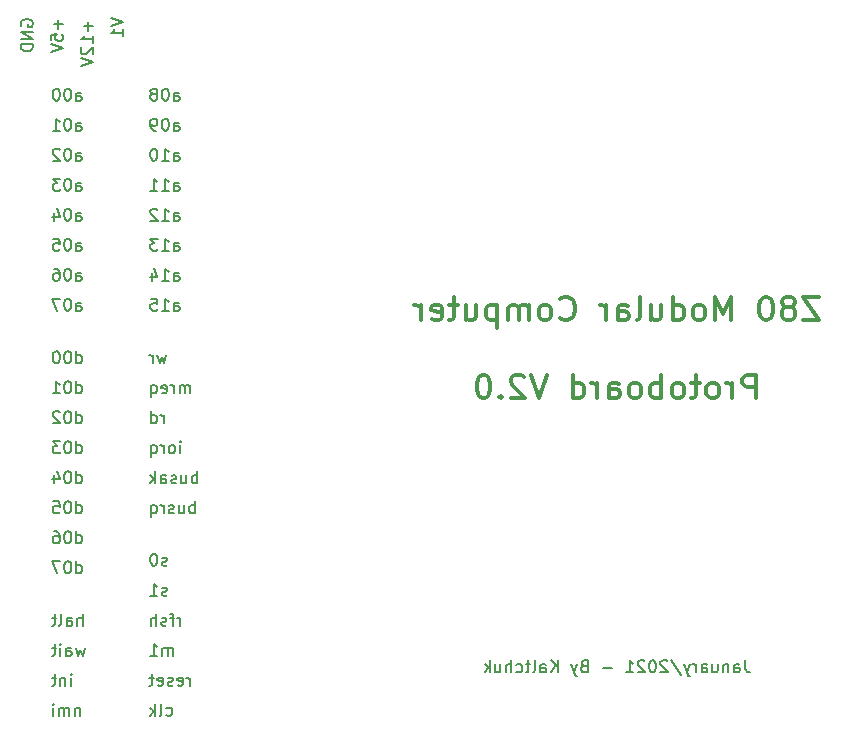
<source format=gbr>
G04 #@! TF.GenerationSoftware,KiCad,Pcbnew,(5.1.4)-1*
G04 #@! TF.CreationDate,2022-01-22T16:02:53+02:00*
G04 #@! TF.ProjectId,Protoboardv2,50726f74-6f62-46f6-9172-6476322e6b69,rev?*
G04 #@! TF.SameCoordinates,Original*
G04 #@! TF.FileFunction,Legend,Bot*
G04 #@! TF.FilePolarity,Positive*
%FSLAX46Y46*%
G04 Gerber Fmt 4.6, Leading zero omitted, Abs format (unit mm)*
G04 Created by KiCad (PCBNEW (5.1.4)-1) date 2022-01-22 16:02:53*
%MOMM*%
%LPD*%
G04 APERTURE LIST*
%ADD10C,0.152400*%
%ADD11C,0.300000*%
G04 APERTURE END LIST*
D10*
X142663333Y-132920619D02*
X142663333Y-133646333D01*
X142711714Y-133791476D01*
X142808476Y-133888238D01*
X142953619Y-133936619D01*
X143050380Y-133936619D01*
X141744095Y-133936619D02*
X141744095Y-133404428D01*
X141792476Y-133307666D01*
X141889238Y-133259285D01*
X142082761Y-133259285D01*
X142179523Y-133307666D01*
X141744095Y-133888238D02*
X141840857Y-133936619D01*
X142082761Y-133936619D01*
X142179523Y-133888238D01*
X142227904Y-133791476D01*
X142227904Y-133694714D01*
X142179523Y-133597952D01*
X142082761Y-133549571D01*
X141840857Y-133549571D01*
X141744095Y-133501190D01*
X141260285Y-133259285D02*
X141260285Y-133936619D01*
X141260285Y-133356047D02*
X141211904Y-133307666D01*
X141115142Y-133259285D01*
X140970000Y-133259285D01*
X140873238Y-133307666D01*
X140824857Y-133404428D01*
X140824857Y-133936619D01*
X139905619Y-133259285D02*
X139905619Y-133936619D01*
X140341047Y-133259285D02*
X140341047Y-133791476D01*
X140292666Y-133888238D01*
X140195904Y-133936619D01*
X140050761Y-133936619D01*
X139954000Y-133888238D01*
X139905619Y-133839857D01*
X138986380Y-133936619D02*
X138986380Y-133404428D01*
X139034761Y-133307666D01*
X139131523Y-133259285D01*
X139325047Y-133259285D01*
X139421809Y-133307666D01*
X138986380Y-133888238D02*
X139083142Y-133936619D01*
X139325047Y-133936619D01*
X139421809Y-133888238D01*
X139470190Y-133791476D01*
X139470190Y-133694714D01*
X139421809Y-133597952D01*
X139325047Y-133549571D01*
X139083142Y-133549571D01*
X138986380Y-133501190D01*
X138502571Y-133936619D02*
X138502571Y-133259285D01*
X138502571Y-133452809D02*
X138454190Y-133356047D01*
X138405809Y-133307666D01*
X138309047Y-133259285D01*
X138212285Y-133259285D01*
X137970380Y-133259285D02*
X137728476Y-133936619D01*
X137486571Y-133259285D02*
X137728476Y-133936619D01*
X137825238Y-134178523D01*
X137873619Y-134226904D01*
X137970380Y-134275285D01*
X136373809Y-132872238D02*
X137244666Y-134178523D01*
X136083523Y-133017380D02*
X136035142Y-132969000D01*
X135938380Y-132920619D01*
X135696476Y-132920619D01*
X135599714Y-132969000D01*
X135551333Y-133017380D01*
X135502952Y-133114142D01*
X135502952Y-133210904D01*
X135551333Y-133356047D01*
X136131904Y-133936619D01*
X135502952Y-133936619D01*
X134874000Y-132920619D02*
X134777238Y-132920619D01*
X134680476Y-132969000D01*
X134632095Y-133017380D01*
X134583714Y-133114142D01*
X134535333Y-133307666D01*
X134535333Y-133549571D01*
X134583714Y-133743095D01*
X134632095Y-133839857D01*
X134680476Y-133888238D01*
X134777238Y-133936619D01*
X134874000Y-133936619D01*
X134970761Y-133888238D01*
X135019142Y-133839857D01*
X135067523Y-133743095D01*
X135115904Y-133549571D01*
X135115904Y-133307666D01*
X135067523Y-133114142D01*
X135019142Y-133017380D01*
X134970761Y-132969000D01*
X134874000Y-132920619D01*
X134148285Y-133017380D02*
X134099904Y-132969000D01*
X134003142Y-132920619D01*
X133761238Y-132920619D01*
X133664476Y-132969000D01*
X133616095Y-133017380D01*
X133567714Y-133114142D01*
X133567714Y-133210904D01*
X133616095Y-133356047D01*
X134196666Y-133936619D01*
X133567714Y-133936619D01*
X132600095Y-133936619D02*
X133180666Y-133936619D01*
X132890380Y-133936619D02*
X132890380Y-132920619D01*
X132987142Y-133065761D01*
X133083904Y-133162523D01*
X133180666Y-133210904D01*
X131390571Y-133549571D02*
X130616476Y-133549571D01*
X129019904Y-133404428D02*
X128874761Y-133452809D01*
X128826380Y-133501190D01*
X128778000Y-133597952D01*
X128778000Y-133743095D01*
X128826380Y-133839857D01*
X128874761Y-133888238D01*
X128971523Y-133936619D01*
X129358571Y-133936619D01*
X129358571Y-132920619D01*
X129019904Y-132920619D01*
X128923142Y-132969000D01*
X128874761Y-133017380D01*
X128826380Y-133114142D01*
X128826380Y-133210904D01*
X128874761Y-133307666D01*
X128923142Y-133356047D01*
X129019904Y-133404428D01*
X129358571Y-133404428D01*
X128439333Y-133259285D02*
X128197428Y-133936619D01*
X127955523Y-133259285D02*
X128197428Y-133936619D01*
X128294190Y-134178523D01*
X128342571Y-134226904D01*
X128439333Y-134275285D01*
X126794380Y-133936619D02*
X126794380Y-132920619D01*
X126213809Y-133936619D02*
X126649238Y-133356047D01*
X126213809Y-132920619D02*
X126794380Y-133501190D01*
X125342952Y-133936619D02*
X125342952Y-133404428D01*
X125391333Y-133307666D01*
X125488095Y-133259285D01*
X125681619Y-133259285D01*
X125778380Y-133307666D01*
X125342952Y-133888238D02*
X125439714Y-133936619D01*
X125681619Y-133936619D01*
X125778380Y-133888238D01*
X125826761Y-133791476D01*
X125826761Y-133694714D01*
X125778380Y-133597952D01*
X125681619Y-133549571D01*
X125439714Y-133549571D01*
X125342952Y-133501190D01*
X124714000Y-133936619D02*
X124810761Y-133888238D01*
X124859142Y-133791476D01*
X124859142Y-132920619D01*
X124472095Y-133259285D02*
X124085047Y-133259285D01*
X124326952Y-132920619D02*
X124326952Y-133791476D01*
X124278571Y-133888238D01*
X124181809Y-133936619D01*
X124085047Y-133936619D01*
X123310952Y-133888238D02*
X123407714Y-133936619D01*
X123601238Y-133936619D01*
X123698000Y-133888238D01*
X123746380Y-133839857D01*
X123794761Y-133743095D01*
X123794761Y-133452809D01*
X123746380Y-133356047D01*
X123698000Y-133307666D01*
X123601238Y-133259285D01*
X123407714Y-133259285D01*
X123310952Y-133307666D01*
X122875523Y-133936619D02*
X122875523Y-132920619D01*
X122440095Y-133936619D02*
X122440095Y-133404428D01*
X122488476Y-133307666D01*
X122585238Y-133259285D01*
X122730380Y-133259285D01*
X122827142Y-133307666D01*
X122875523Y-133356047D01*
X121520857Y-133259285D02*
X121520857Y-133936619D01*
X121956285Y-133259285D02*
X121956285Y-133791476D01*
X121907904Y-133888238D01*
X121811142Y-133936619D01*
X121666000Y-133936619D01*
X121569238Y-133888238D01*
X121520857Y-133839857D01*
X121037047Y-133936619D02*
X121037047Y-132920619D01*
X120940285Y-133549571D02*
X120650000Y-133936619D01*
X120650000Y-133259285D02*
X121037047Y-133646333D01*
D11*
X148921238Y-102157761D02*
X147587904Y-102157761D01*
X148921238Y-104157761D01*
X147587904Y-104157761D01*
X146540285Y-103014904D02*
X146730761Y-102919666D01*
X146826000Y-102824428D01*
X146921238Y-102633952D01*
X146921238Y-102538714D01*
X146826000Y-102348238D01*
X146730761Y-102253000D01*
X146540285Y-102157761D01*
X146159333Y-102157761D01*
X145968857Y-102253000D01*
X145873619Y-102348238D01*
X145778380Y-102538714D01*
X145778380Y-102633952D01*
X145873619Y-102824428D01*
X145968857Y-102919666D01*
X146159333Y-103014904D01*
X146540285Y-103014904D01*
X146730761Y-103110142D01*
X146826000Y-103205380D01*
X146921238Y-103395857D01*
X146921238Y-103776809D01*
X146826000Y-103967285D01*
X146730761Y-104062523D01*
X146540285Y-104157761D01*
X146159333Y-104157761D01*
X145968857Y-104062523D01*
X145873619Y-103967285D01*
X145778380Y-103776809D01*
X145778380Y-103395857D01*
X145873619Y-103205380D01*
X145968857Y-103110142D01*
X146159333Y-103014904D01*
X144540285Y-102157761D02*
X144349809Y-102157761D01*
X144159333Y-102253000D01*
X144064095Y-102348238D01*
X143968857Y-102538714D01*
X143873619Y-102919666D01*
X143873619Y-103395857D01*
X143968857Y-103776809D01*
X144064095Y-103967285D01*
X144159333Y-104062523D01*
X144349809Y-104157761D01*
X144540285Y-104157761D01*
X144730761Y-104062523D01*
X144826000Y-103967285D01*
X144921238Y-103776809D01*
X145016476Y-103395857D01*
X145016476Y-102919666D01*
X144921238Y-102538714D01*
X144826000Y-102348238D01*
X144730761Y-102253000D01*
X144540285Y-102157761D01*
X141492666Y-104157761D02*
X141492666Y-102157761D01*
X140826000Y-103586333D01*
X140159333Y-102157761D01*
X140159333Y-104157761D01*
X138921238Y-104157761D02*
X139111714Y-104062523D01*
X139206952Y-103967285D01*
X139302190Y-103776809D01*
X139302190Y-103205380D01*
X139206952Y-103014904D01*
X139111714Y-102919666D01*
X138921238Y-102824428D01*
X138635523Y-102824428D01*
X138445047Y-102919666D01*
X138349809Y-103014904D01*
X138254571Y-103205380D01*
X138254571Y-103776809D01*
X138349809Y-103967285D01*
X138445047Y-104062523D01*
X138635523Y-104157761D01*
X138921238Y-104157761D01*
X136540285Y-104157761D02*
X136540285Y-102157761D01*
X136540285Y-104062523D02*
X136730761Y-104157761D01*
X137111714Y-104157761D01*
X137302190Y-104062523D01*
X137397428Y-103967285D01*
X137492666Y-103776809D01*
X137492666Y-103205380D01*
X137397428Y-103014904D01*
X137302190Y-102919666D01*
X137111714Y-102824428D01*
X136730761Y-102824428D01*
X136540285Y-102919666D01*
X134730761Y-102824428D02*
X134730761Y-104157761D01*
X135587904Y-102824428D02*
X135587904Y-103872047D01*
X135492666Y-104062523D01*
X135302190Y-104157761D01*
X135016476Y-104157761D01*
X134826000Y-104062523D01*
X134730761Y-103967285D01*
X133492666Y-104157761D02*
X133683142Y-104062523D01*
X133778380Y-103872047D01*
X133778380Y-102157761D01*
X131873619Y-104157761D02*
X131873619Y-103110142D01*
X131968857Y-102919666D01*
X132159333Y-102824428D01*
X132540285Y-102824428D01*
X132730761Y-102919666D01*
X131873619Y-104062523D02*
X132064095Y-104157761D01*
X132540285Y-104157761D01*
X132730761Y-104062523D01*
X132826000Y-103872047D01*
X132826000Y-103681571D01*
X132730761Y-103491095D01*
X132540285Y-103395857D01*
X132064095Y-103395857D01*
X131873619Y-103300619D01*
X130921238Y-104157761D02*
X130921238Y-102824428D01*
X130921238Y-103205380D02*
X130826000Y-103014904D01*
X130730761Y-102919666D01*
X130540285Y-102824428D01*
X130349809Y-102824428D01*
X127016476Y-103967285D02*
X127111714Y-104062523D01*
X127397428Y-104157761D01*
X127587904Y-104157761D01*
X127873619Y-104062523D01*
X128064095Y-103872047D01*
X128159333Y-103681571D01*
X128254571Y-103300619D01*
X128254571Y-103014904D01*
X128159333Y-102633952D01*
X128064095Y-102443476D01*
X127873619Y-102253000D01*
X127587904Y-102157761D01*
X127397428Y-102157761D01*
X127111714Y-102253000D01*
X127016476Y-102348238D01*
X125873619Y-104157761D02*
X126064095Y-104062523D01*
X126159333Y-103967285D01*
X126254571Y-103776809D01*
X126254571Y-103205380D01*
X126159333Y-103014904D01*
X126064095Y-102919666D01*
X125873619Y-102824428D01*
X125587904Y-102824428D01*
X125397428Y-102919666D01*
X125302190Y-103014904D01*
X125206952Y-103205380D01*
X125206952Y-103776809D01*
X125302190Y-103967285D01*
X125397428Y-104062523D01*
X125587904Y-104157761D01*
X125873619Y-104157761D01*
X124349809Y-104157761D02*
X124349809Y-102824428D01*
X124349809Y-103014904D02*
X124254571Y-102919666D01*
X124064095Y-102824428D01*
X123778380Y-102824428D01*
X123587904Y-102919666D01*
X123492666Y-103110142D01*
X123492666Y-104157761D01*
X123492666Y-103110142D02*
X123397428Y-102919666D01*
X123206952Y-102824428D01*
X122921238Y-102824428D01*
X122730761Y-102919666D01*
X122635523Y-103110142D01*
X122635523Y-104157761D01*
X121683142Y-102824428D02*
X121683142Y-104824428D01*
X121683142Y-102919666D02*
X121492666Y-102824428D01*
X121111714Y-102824428D01*
X120921238Y-102919666D01*
X120826000Y-103014904D01*
X120730761Y-103205380D01*
X120730761Y-103776809D01*
X120826000Y-103967285D01*
X120921238Y-104062523D01*
X121111714Y-104157761D01*
X121492666Y-104157761D01*
X121683142Y-104062523D01*
X119016476Y-102824428D02*
X119016476Y-104157761D01*
X119873619Y-102824428D02*
X119873619Y-103872047D01*
X119778380Y-104062523D01*
X119587904Y-104157761D01*
X119302190Y-104157761D01*
X119111714Y-104062523D01*
X119016476Y-103967285D01*
X118349809Y-102824428D02*
X117587904Y-102824428D01*
X118064095Y-102157761D02*
X118064095Y-103872047D01*
X117968857Y-104062523D01*
X117778380Y-104157761D01*
X117587904Y-104157761D01*
X116159333Y-104062523D02*
X116349809Y-104157761D01*
X116730761Y-104157761D01*
X116921238Y-104062523D01*
X117016476Y-103872047D01*
X117016476Y-103110142D01*
X116921238Y-102919666D01*
X116730761Y-102824428D01*
X116349809Y-102824428D01*
X116159333Y-102919666D01*
X116064095Y-103110142D01*
X116064095Y-103300619D01*
X117016476Y-103491095D01*
X115206952Y-104157761D02*
X115206952Y-102824428D01*
X115206952Y-103205380D02*
X115111714Y-103014904D01*
X115016476Y-102919666D01*
X114826000Y-102824428D01*
X114635523Y-102824428D01*
X143587904Y-110757761D02*
X143587904Y-108757761D01*
X142826000Y-108757761D01*
X142635523Y-108853000D01*
X142540285Y-108948238D01*
X142445047Y-109138714D01*
X142445047Y-109424428D01*
X142540285Y-109614904D01*
X142635523Y-109710142D01*
X142826000Y-109805380D01*
X143587904Y-109805380D01*
X141587904Y-110757761D02*
X141587904Y-109424428D01*
X141587904Y-109805380D02*
X141492666Y-109614904D01*
X141397428Y-109519666D01*
X141206952Y-109424428D01*
X141016476Y-109424428D01*
X140064095Y-110757761D02*
X140254571Y-110662523D01*
X140349809Y-110567285D01*
X140445047Y-110376809D01*
X140445047Y-109805380D01*
X140349809Y-109614904D01*
X140254571Y-109519666D01*
X140064095Y-109424428D01*
X139778380Y-109424428D01*
X139587904Y-109519666D01*
X139492666Y-109614904D01*
X139397428Y-109805380D01*
X139397428Y-110376809D01*
X139492666Y-110567285D01*
X139587904Y-110662523D01*
X139778380Y-110757761D01*
X140064095Y-110757761D01*
X138826000Y-109424428D02*
X138064095Y-109424428D01*
X138540285Y-108757761D02*
X138540285Y-110472047D01*
X138445047Y-110662523D01*
X138254571Y-110757761D01*
X138064095Y-110757761D01*
X137111714Y-110757761D02*
X137302190Y-110662523D01*
X137397428Y-110567285D01*
X137492666Y-110376809D01*
X137492666Y-109805380D01*
X137397428Y-109614904D01*
X137302190Y-109519666D01*
X137111714Y-109424428D01*
X136826000Y-109424428D01*
X136635523Y-109519666D01*
X136540285Y-109614904D01*
X136445047Y-109805380D01*
X136445047Y-110376809D01*
X136540285Y-110567285D01*
X136635523Y-110662523D01*
X136826000Y-110757761D01*
X137111714Y-110757761D01*
X135587904Y-110757761D02*
X135587904Y-108757761D01*
X135587904Y-109519666D02*
X135397428Y-109424428D01*
X135016476Y-109424428D01*
X134826000Y-109519666D01*
X134730761Y-109614904D01*
X134635523Y-109805380D01*
X134635523Y-110376809D01*
X134730761Y-110567285D01*
X134826000Y-110662523D01*
X135016476Y-110757761D01*
X135397428Y-110757761D01*
X135587904Y-110662523D01*
X133492666Y-110757761D02*
X133683142Y-110662523D01*
X133778380Y-110567285D01*
X133873619Y-110376809D01*
X133873619Y-109805380D01*
X133778380Y-109614904D01*
X133683142Y-109519666D01*
X133492666Y-109424428D01*
X133206952Y-109424428D01*
X133016476Y-109519666D01*
X132921238Y-109614904D01*
X132826000Y-109805380D01*
X132826000Y-110376809D01*
X132921238Y-110567285D01*
X133016476Y-110662523D01*
X133206952Y-110757761D01*
X133492666Y-110757761D01*
X131111714Y-110757761D02*
X131111714Y-109710142D01*
X131206952Y-109519666D01*
X131397428Y-109424428D01*
X131778380Y-109424428D01*
X131968857Y-109519666D01*
X131111714Y-110662523D02*
X131302190Y-110757761D01*
X131778380Y-110757761D01*
X131968857Y-110662523D01*
X132064095Y-110472047D01*
X132064095Y-110281571D01*
X131968857Y-110091095D01*
X131778380Y-109995857D01*
X131302190Y-109995857D01*
X131111714Y-109900619D01*
X130159333Y-110757761D02*
X130159333Y-109424428D01*
X130159333Y-109805380D02*
X130064095Y-109614904D01*
X129968857Y-109519666D01*
X129778380Y-109424428D01*
X129587904Y-109424428D01*
X128064095Y-110757761D02*
X128064095Y-108757761D01*
X128064095Y-110662523D02*
X128254571Y-110757761D01*
X128635523Y-110757761D01*
X128826000Y-110662523D01*
X128921238Y-110567285D01*
X129016476Y-110376809D01*
X129016476Y-109805380D01*
X128921238Y-109614904D01*
X128826000Y-109519666D01*
X128635523Y-109424428D01*
X128254571Y-109424428D01*
X128064095Y-109519666D01*
X125873619Y-108757761D02*
X125206952Y-110757761D01*
X124540285Y-108757761D01*
X123968857Y-108948238D02*
X123873619Y-108853000D01*
X123683142Y-108757761D01*
X123206952Y-108757761D01*
X123016476Y-108853000D01*
X122921238Y-108948238D01*
X122826000Y-109138714D01*
X122826000Y-109329190D01*
X122921238Y-109614904D01*
X124064095Y-110757761D01*
X122826000Y-110757761D01*
X121968857Y-110567285D02*
X121873619Y-110662523D01*
X121968857Y-110757761D01*
X122064095Y-110662523D01*
X121968857Y-110567285D01*
X121968857Y-110757761D01*
X120635523Y-108757761D02*
X120445047Y-108757761D01*
X120254571Y-108853000D01*
X120159333Y-108948238D01*
X120064095Y-109138714D01*
X119968857Y-109519666D01*
X119968857Y-109995857D01*
X120064095Y-110376809D01*
X120159333Y-110567285D01*
X120254571Y-110662523D01*
X120445047Y-110757761D01*
X120635523Y-110757761D01*
X120826000Y-110662523D01*
X120921238Y-110567285D01*
X121016476Y-110376809D01*
X121111714Y-109995857D01*
X121111714Y-109519666D01*
X121016476Y-109138714D01*
X120921238Y-108948238D01*
X120826000Y-108853000D01*
X120635523Y-108757761D01*
D10*
X88978619Y-78552523D02*
X89994619Y-78891190D01*
X88978619Y-79229857D01*
X89994619Y-80100714D02*
X89994619Y-79520142D01*
X89994619Y-79810428D02*
X88978619Y-79810428D01*
X89123761Y-79713666D01*
X89220523Y-79616904D01*
X89268904Y-79520142D01*
X84527571Y-78703714D02*
X84527571Y-79477809D01*
X84914619Y-79090761D02*
X84140523Y-79090761D01*
X83898619Y-80445428D02*
X83898619Y-79961619D01*
X84382428Y-79913238D01*
X84334047Y-79961619D01*
X84285666Y-80058380D01*
X84285666Y-80300285D01*
X84334047Y-80397047D01*
X84382428Y-80445428D01*
X84479190Y-80493809D01*
X84721095Y-80493809D01*
X84817857Y-80445428D01*
X84866238Y-80397047D01*
X84914619Y-80300285D01*
X84914619Y-80058380D01*
X84866238Y-79961619D01*
X84817857Y-79913238D01*
X83898619Y-80784095D02*
X84914619Y-81122761D01*
X83898619Y-81461428D01*
X81407000Y-79235904D02*
X81358619Y-79139142D01*
X81358619Y-78994000D01*
X81407000Y-78848857D01*
X81503761Y-78752095D01*
X81600523Y-78703714D01*
X81794047Y-78655333D01*
X81939190Y-78655333D01*
X82132714Y-78703714D01*
X82229476Y-78752095D01*
X82326238Y-78848857D01*
X82374619Y-78994000D01*
X82374619Y-79090761D01*
X82326238Y-79235904D01*
X82277857Y-79284285D01*
X81939190Y-79284285D01*
X81939190Y-79090761D01*
X82374619Y-79719714D02*
X81358619Y-79719714D01*
X82374619Y-80300285D01*
X81358619Y-80300285D01*
X82374619Y-80784095D02*
X81358619Y-80784095D01*
X81358619Y-81026000D01*
X81407000Y-81171142D01*
X81503761Y-81267904D01*
X81600523Y-81316285D01*
X81794047Y-81364666D01*
X81939190Y-81364666D01*
X82132714Y-81316285D01*
X82229476Y-81267904D01*
X82326238Y-81171142D01*
X82374619Y-81026000D01*
X82374619Y-80784095D01*
X87067571Y-78854904D02*
X87067571Y-79629000D01*
X87454619Y-79241952D02*
X86680523Y-79241952D01*
X87454619Y-80645000D02*
X87454619Y-80064428D01*
X87454619Y-80354714D02*
X86438619Y-80354714D01*
X86583761Y-80257952D01*
X86680523Y-80161190D01*
X86728904Y-80064428D01*
X86535380Y-81032047D02*
X86487000Y-81080428D01*
X86438619Y-81177190D01*
X86438619Y-81419095D01*
X86487000Y-81515857D01*
X86535380Y-81564238D01*
X86632142Y-81612619D01*
X86728904Y-81612619D01*
X86874047Y-81564238D01*
X87454619Y-80983666D01*
X87454619Y-81612619D01*
X86438619Y-81902904D02*
X87454619Y-82241571D01*
X86438619Y-82580238D01*
X93724911Y-124871238D02*
X93628149Y-124919619D01*
X93434625Y-124919619D01*
X93337863Y-124871238D01*
X93289482Y-124774476D01*
X93289482Y-124726095D01*
X93337863Y-124629333D01*
X93434625Y-124580952D01*
X93579768Y-124580952D01*
X93676530Y-124532571D01*
X93724911Y-124435809D01*
X93724911Y-124387428D01*
X93676530Y-124290666D01*
X93579768Y-124242285D01*
X93434625Y-124242285D01*
X93337863Y-124290666D01*
X92660530Y-123903619D02*
X92563768Y-123903619D01*
X92467006Y-123952000D01*
X92418625Y-124000380D01*
X92370244Y-124097142D01*
X92321863Y-124290666D01*
X92321863Y-124532571D01*
X92370244Y-124726095D01*
X92418625Y-124822857D01*
X92467006Y-124871238D01*
X92563768Y-124919619D01*
X92660530Y-124919619D01*
X92757292Y-124871238D01*
X92805673Y-124822857D01*
X92854054Y-124726095D01*
X92902435Y-124532571D01*
X92902435Y-124290666D01*
X92854054Y-124097142D01*
X92805673Y-124000380D01*
X92757292Y-123952000D01*
X92660530Y-123903619D01*
X95660149Y-135079619D02*
X95660149Y-134402285D01*
X95660149Y-134595809D02*
X95611768Y-134499047D01*
X95563387Y-134450666D01*
X95466625Y-134402285D01*
X95369863Y-134402285D01*
X94644149Y-135031238D02*
X94740911Y-135079619D01*
X94934434Y-135079619D01*
X95031196Y-135031238D01*
X95079577Y-134934476D01*
X95079577Y-134547428D01*
X95031196Y-134450666D01*
X94934434Y-134402285D01*
X94740911Y-134402285D01*
X94644149Y-134450666D01*
X94595768Y-134547428D01*
X94595768Y-134644190D01*
X95079577Y-134740952D01*
X94208720Y-135031238D02*
X94111958Y-135079619D01*
X93918434Y-135079619D01*
X93821673Y-135031238D01*
X93773292Y-134934476D01*
X93773292Y-134886095D01*
X93821673Y-134789333D01*
X93918434Y-134740952D01*
X94063577Y-134740952D01*
X94160339Y-134692571D01*
X94208720Y-134595809D01*
X94208720Y-134547428D01*
X94160339Y-134450666D01*
X94063577Y-134402285D01*
X93918434Y-134402285D01*
X93821673Y-134450666D01*
X92950815Y-135031238D02*
X93047577Y-135079619D01*
X93241101Y-135079619D01*
X93337863Y-135031238D01*
X93386244Y-134934476D01*
X93386244Y-134547428D01*
X93337863Y-134450666D01*
X93241101Y-134402285D01*
X93047577Y-134402285D01*
X92950815Y-134450666D01*
X92902434Y-134547428D01*
X92902434Y-134644190D01*
X93386244Y-134740952D01*
X92612149Y-134402285D02*
X92225101Y-134402285D01*
X92467006Y-134063619D02*
X92467006Y-134934476D01*
X92418625Y-135031238D01*
X92321863Y-135079619D01*
X92225101Y-135079619D01*
X94208721Y-132539619D02*
X94208721Y-131862285D01*
X94208721Y-131959047D02*
X94160340Y-131910666D01*
X94063578Y-131862285D01*
X93918435Y-131862285D01*
X93821673Y-131910666D01*
X93773292Y-132007428D01*
X93773292Y-132539619D01*
X93773292Y-132007428D02*
X93724911Y-131910666D01*
X93628149Y-131862285D01*
X93483006Y-131862285D01*
X93386245Y-131910666D01*
X93337864Y-132007428D01*
X93337864Y-132539619D01*
X92321864Y-132539619D02*
X92902435Y-132539619D01*
X92612149Y-132539619D02*
X92612149Y-131523619D01*
X92708911Y-131668761D01*
X92805673Y-131765523D01*
X92902435Y-131813904D01*
X94837673Y-129999619D02*
X94837673Y-129322285D01*
X94837673Y-129515809D02*
X94789292Y-129419047D01*
X94740911Y-129370666D01*
X94644149Y-129322285D01*
X94547387Y-129322285D01*
X94353863Y-129322285D02*
X93966816Y-129322285D01*
X94208720Y-129999619D02*
X94208720Y-129128761D01*
X94160339Y-129032000D01*
X94063578Y-128983619D01*
X93966816Y-128983619D01*
X93676530Y-129951238D02*
X93579768Y-129999619D01*
X93386244Y-129999619D01*
X93289482Y-129951238D01*
X93241101Y-129854476D01*
X93241101Y-129806095D01*
X93289482Y-129709333D01*
X93386244Y-129660952D01*
X93531387Y-129660952D01*
X93628149Y-129612571D01*
X93676530Y-129515809D01*
X93676530Y-129467428D01*
X93628149Y-129370666D01*
X93531387Y-129322285D01*
X93386244Y-129322285D01*
X93289482Y-129370666D01*
X92805673Y-129999619D02*
X92805673Y-128983619D01*
X92370244Y-129999619D02*
X92370244Y-129467428D01*
X92418625Y-129370666D01*
X92515387Y-129322285D01*
X92660530Y-129322285D01*
X92757292Y-129370666D01*
X92805673Y-129419047D01*
X93676530Y-137571238D02*
X93773292Y-137619619D01*
X93966816Y-137619619D01*
X94063578Y-137571238D01*
X94111959Y-137522857D01*
X94160340Y-137426095D01*
X94160340Y-137135809D01*
X94111959Y-137039047D01*
X94063578Y-136990666D01*
X93966816Y-136942285D01*
X93773292Y-136942285D01*
X93676530Y-136990666D01*
X93095959Y-137619619D02*
X93192721Y-137571238D01*
X93241102Y-137474476D01*
X93241102Y-136603619D01*
X92708911Y-137619619D02*
X92708911Y-136603619D01*
X92612149Y-137232571D02*
X92321864Y-137619619D01*
X92321864Y-136942285D02*
X92708911Y-137329333D01*
X93724911Y-127411238D02*
X93628149Y-127459619D01*
X93434625Y-127459619D01*
X93337863Y-127411238D01*
X93289482Y-127314476D01*
X93289482Y-127266095D01*
X93337863Y-127169333D01*
X93434625Y-127120952D01*
X93579768Y-127120952D01*
X93676530Y-127072571D01*
X93724911Y-126975809D01*
X93724911Y-126927428D01*
X93676530Y-126830666D01*
X93579768Y-126782285D01*
X93434625Y-126782285D01*
X93337863Y-126830666D01*
X92321863Y-127459619D02*
X92902435Y-127459619D01*
X92612149Y-127459619D02*
X92612149Y-126443619D01*
X92708911Y-126588761D01*
X92805673Y-126685523D01*
X92902435Y-126733904D01*
X96289102Y-117934619D02*
X96289102Y-116918619D01*
X96289102Y-117305666D02*
X96192340Y-117257285D01*
X95998816Y-117257285D01*
X95902054Y-117305666D01*
X95853673Y-117354047D01*
X95805292Y-117450809D01*
X95805292Y-117741095D01*
X95853673Y-117837857D01*
X95902054Y-117886238D01*
X95998816Y-117934619D01*
X96192340Y-117934619D01*
X96289102Y-117886238D01*
X94934435Y-117257285D02*
X94934435Y-117934619D01*
X95369864Y-117257285D02*
X95369864Y-117789476D01*
X95321483Y-117886238D01*
X95224721Y-117934619D01*
X95079578Y-117934619D01*
X94982816Y-117886238D01*
X94934435Y-117837857D01*
X94499007Y-117886238D02*
X94402245Y-117934619D01*
X94208721Y-117934619D01*
X94111959Y-117886238D01*
X94063578Y-117789476D01*
X94063578Y-117741095D01*
X94111959Y-117644333D01*
X94208721Y-117595952D01*
X94353864Y-117595952D01*
X94450626Y-117547571D01*
X94499007Y-117450809D01*
X94499007Y-117402428D01*
X94450626Y-117305666D01*
X94353864Y-117257285D01*
X94208721Y-117257285D01*
X94111959Y-117305666D01*
X93192721Y-117934619D02*
X93192721Y-117402428D01*
X93241102Y-117305666D01*
X93337864Y-117257285D01*
X93531387Y-117257285D01*
X93628149Y-117305666D01*
X93192721Y-117886238D02*
X93289483Y-117934619D01*
X93531387Y-117934619D01*
X93628149Y-117886238D01*
X93676530Y-117789476D01*
X93676530Y-117692714D01*
X93628149Y-117595952D01*
X93531387Y-117547571D01*
X93289483Y-117547571D01*
X93192721Y-117499190D01*
X92708911Y-117934619D02*
X92708911Y-116918619D01*
X92612149Y-117547571D02*
X92321864Y-117934619D01*
X92321864Y-117257285D02*
X92708911Y-117644333D01*
X94837673Y-115394619D02*
X94837673Y-114717285D01*
X94837673Y-114378619D02*
X94886054Y-114427000D01*
X94837673Y-114475380D01*
X94789292Y-114427000D01*
X94837673Y-114378619D01*
X94837673Y-114475380D01*
X94208720Y-115394619D02*
X94305482Y-115346238D01*
X94353863Y-115297857D01*
X94402244Y-115201095D01*
X94402244Y-114910809D01*
X94353863Y-114814047D01*
X94305482Y-114765666D01*
X94208720Y-114717285D01*
X94063578Y-114717285D01*
X93966816Y-114765666D01*
X93918435Y-114814047D01*
X93870054Y-114910809D01*
X93870054Y-115201095D01*
X93918435Y-115297857D01*
X93966816Y-115346238D01*
X94063578Y-115394619D01*
X94208720Y-115394619D01*
X93434625Y-115394619D02*
X93434625Y-114717285D01*
X93434625Y-114910809D02*
X93386244Y-114814047D01*
X93337863Y-114765666D01*
X93241101Y-114717285D01*
X93144339Y-114717285D01*
X92370244Y-114717285D02*
X92370244Y-115733285D01*
X92370244Y-115346238D02*
X92467006Y-115394619D01*
X92660530Y-115394619D01*
X92757292Y-115346238D01*
X92805673Y-115297857D01*
X92854054Y-115201095D01*
X92854054Y-114910809D01*
X92805673Y-114814047D01*
X92757292Y-114765666D01*
X92660530Y-114717285D01*
X92467006Y-114717285D01*
X92370244Y-114765666D01*
X96095578Y-120474619D02*
X96095578Y-119458619D01*
X96095578Y-119845666D02*
X95998816Y-119797285D01*
X95805292Y-119797285D01*
X95708530Y-119845666D01*
X95660149Y-119894047D01*
X95611768Y-119990809D01*
X95611768Y-120281095D01*
X95660149Y-120377857D01*
X95708530Y-120426238D01*
X95805292Y-120474619D01*
X95998816Y-120474619D01*
X96095578Y-120426238D01*
X94740911Y-119797285D02*
X94740911Y-120474619D01*
X95176340Y-119797285D02*
X95176340Y-120329476D01*
X95127959Y-120426238D01*
X95031197Y-120474619D01*
X94886054Y-120474619D01*
X94789292Y-120426238D01*
X94740911Y-120377857D01*
X94305483Y-120426238D02*
X94208721Y-120474619D01*
X94015197Y-120474619D01*
X93918435Y-120426238D01*
X93870054Y-120329476D01*
X93870054Y-120281095D01*
X93918435Y-120184333D01*
X94015197Y-120135952D01*
X94160340Y-120135952D01*
X94257102Y-120087571D01*
X94305483Y-119990809D01*
X94305483Y-119942428D01*
X94257102Y-119845666D01*
X94160340Y-119797285D01*
X94015197Y-119797285D01*
X93918435Y-119845666D01*
X93434625Y-120474619D02*
X93434625Y-119797285D01*
X93434625Y-119990809D02*
X93386244Y-119894047D01*
X93337863Y-119845666D01*
X93241102Y-119797285D01*
X93144340Y-119797285D01*
X92370244Y-119797285D02*
X92370244Y-120813285D01*
X92370244Y-120426238D02*
X92467006Y-120474619D01*
X92660530Y-120474619D01*
X92757292Y-120426238D01*
X92805673Y-120377857D01*
X92854054Y-120281095D01*
X92854054Y-119990809D01*
X92805673Y-119894047D01*
X92757292Y-119845666D01*
X92660530Y-119797285D01*
X92467006Y-119797285D01*
X92370244Y-119845666D01*
X95660149Y-110314619D02*
X95660149Y-109637285D01*
X95660149Y-109734047D02*
X95611768Y-109685666D01*
X95515006Y-109637285D01*
X95369863Y-109637285D01*
X95273101Y-109685666D01*
X95224720Y-109782428D01*
X95224720Y-110314619D01*
X95224720Y-109782428D02*
X95176339Y-109685666D01*
X95079577Y-109637285D01*
X94934434Y-109637285D01*
X94837673Y-109685666D01*
X94789292Y-109782428D01*
X94789292Y-110314619D01*
X94305482Y-110314619D02*
X94305482Y-109637285D01*
X94305482Y-109830809D02*
X94257101Y-109734047D01*
X94208720Y-109685666D01*
X94111958Y-109637285D01*
X94015196Y-109637285D01*
X93289482Y-110266238D02*
X93386244Y-110314619D01*
X93579768Y-110314619D01*
X93676530Y-110266238D01*
X93724911Y-110169476D01*
X93724911Y-109782428D01*
X93676530Y-109685666D01*
X93579768Y-109637285D01*
X93386244Y-109637285D01*
X93289482Y-109685666D01*
X93241101Y-109782428D01*
X93241101Y-109879190D01*
X93724911Y-109975952D01*
X92370244Y-109637285D02*
X92370244Y-110653285D01*
X92370244Y-110266238D02*
X92467006Y-110314619D01*
X92660530Y-110314619D01*
X92757292Y-110266238D01*
X92805673Y-110217857D01*
X92854054Y-110121095D01*
X92854054Y-109830809D01*
X92805673Y-109734047D01*
X92757292Y-109685666D01*
X92660530Y-109637285D01*
X92467006Y-109637285D01*
X92370244Y-109685666D01*
X93676530Y-107097285D02*
X93483006Y-107774619D01*
X93289482Y-107290809D01*
X93095958Y-107774619D01*
X92902434Y-107097285D01*
X92515387Y-107774619D02*
X92515387Y-107097285D01*
X92515387Y-107290809D02*
X92467006Y-107194047D01*
X92418625Y-107145666D01*
X92321863Y-107097285D01*
X92225101Y-107097285D01*
X93434625Y-112854619D02*
X93434625Y-112177285D01*
X93434625Y-112370809D02*
X93386244Y-112274047D01*
X93337863Y-112225666D01*
X93241101Y-112177285D01*
X93144339Y-112177285D01*
X92370244Y-112854619D02*
X92370244Y-111838619D01*
X92370244Y-112806238D02*
X92467006Y-112854619D01*
X92660530Y-112854619D01*
X92757291Y-112806238D01*
X92805672Y-112757857D01*
X92854053Y-112661095D01*
X92854053Y-112370809D01*
X92805672Y-112274047D01*
X92757291Y-112225666D01*
X92660530Y-112177285D01*
X92467006Y-112177285D01*
X92370244Y-112225666D01*
X94305482Y-90629619D02*
X94305482Y-90097428D01*
X94353863Y-90000666D01*
X94450625Y-89952285D01*
X94644149Y-89952285D01*
X94740911Y-90000666D01*
X94305482Y-90581238D02*
X94402244Y-90629619D01*
X94644149Y-90629619D01*
X94740911Y-90581238D01*
X94789292Y-90484476D01*
X94789292Y-90387714D01*
X94740911Y-90290952D01*
X94644149Y-90242571D01*
X94402244Y-90242571D01*
X94305482Y-90194190D01*
X93289482Y-90629619D02*
X93870054Y-90629619D01*
X93579768Y-90629619D02*
X93579768Y-89613619D01*
X93676530Y-89758761D01*
X93773292Y-89855523D01*
X93870054Y-89903904D01*
X92660530Y-89613619D02*
X92563768Y-89613619D01*
X92467006Y-89662000D01*
X92418625Y-89710380D01*
X92370244Y-89807142D01*
X92321863Y-90000666D01*
X92321863Y-90242571D01*
X92370244Y-90436095D01*
X92418625Y-90532857D01*
X92467006Y-90581238D01*
X92563768Y-90629619D01*
X92660530Y-90629619D01*
X92757292Y-90581238D01*
X92805673Y-90532857D01*
X92854054Y-90436095D01*
X92902435Y-90242571D01*
X92902435Y-90000666D01*
X92854054Y-89807142D01*
X92805673Y-89710380D01*
X92757292Y-89662000D01*
X92660530Y-89613619D01*
X94305482Y-85549619D02*
X94305482Y-85017428D01*
X94353863Y-84920666D01*
X94450625Y-84872285D01*
X94644149Y-84872285D01*
X94740911Y-84920666D01*
X94305482Y-85501238D02*
X94402244Y-85549619D01*
X94644149Y-85549619D01*
X94740911Y-85501238D01*
X94789292Y-85404476D01*
X94789292Y-85307714D01*
X94740911Y-85210952D01*
X94644149Y-85162571D01*
X94402244Y-85162571D01*
X94305482Y-85114190D01*
X93628149Y-84533619D02*
X93531387Y-84533619D01*
X93434625Y-84582000D01*
X93386244Y-84630380D01*
X93337863Y-84727142D01*
X93289482Y-84920666D01*
X93289482Y-85162571D01*
X93337863Y-85356095D01*
X93386244Y-85452857D01*
X93434625Y-85501238D01*
X93531387Y-85549619D01*
X93628149Y-85549619D01*
X93724911Y-85501238D01*
X93773292Y-85452857D01*
X93821673Y-85356095D01*
X93870054Y-85162571D01*
X93870054Y-84920666D01*
X93821673Y-84727142D01*
X93773292Y-84630380D01*
X93724911Y-84582000D01*
X93628149Y-84533619D01*
X92708911Y-84969047D02*
X92805673Y-84920666D01*
X92854054Y-84872285D01*
X92902435Y-84775523D01*
X92902435Y-84727142D01*
X92854054Y-84630380D01*
X92805673Y-84582000D01*
X92708911Y-84533619D01*
X92515387Y-84533619D01*
X92418625Y-84582000D01*
X92370244Y-84630380D01*
X92321863Y-84727142D01*
X92321863Y-84775523D01*
X92370244Y-84872285D01*
X92418625Y-84920666D01*
X92515387Y-84969047D01*
X92708911Y-84969047D01*
X92805673Y-85017428D01*
X92854054Y-85065809D01*
X92902435Y-85162571D01*
X92902435Y-85356095D01*
X92854054Y-85452857D01*
X92805673Y-85501238D01*
X92708911Y-85549619D01*
X92515387Y-85549619D01*
X92418625Y-85501238D01*
X92370244Y-85452857D01*
X92321863Y-85356095D01*
X92321863Y-85162571D01*
X92370244Y-85065809D01*
X92418625Y-85017428D01*
X92515387Y-84969047D01*
X94305482Y-100789619D02*
X94305482Y-100257428D01*
X94353863Y-100160666D01*
X94450625Y-100112285D01*
X94644149Y-100112285D01*
X94740911Y-100160666D01*
X94305482Y-100741238D02*
X94402244Y-100789619D01*
X94644149Y-100789619D01*
X94740911Y-100741238D01*
X94789292Y-100644476D01*
X94789292Y-100547714D01*
X94740911Y-100450952D01*
X94644149Y-100402571D01*
X94402244Y-100402571D01*
X94305482Y-100354190D01*
X93289482Y-100789619D02*
X93870054Y-100789619D01*
X93579768Y-100789619D02*
X93579768Y-99773619D01*
X93676530Y-99918761D01*
X93773292Y-100015523D01*
X93870054Y-100063904D01*
X92418625Y-100112285D02*
X92418625Y-100789619D01*
X92660530Y-99725238D02*
X92902435Y-100450952D01*
X92273482Y-100450952D01*
X94305482Y-88089619D02*
X94305482Y-87557428D01*
X94353863Y-87460666D01*
X94450625Y-87412285D01*
X94644149Y-87412285D01*
X94740911Y-87460666D01*
X94305482Y-88041238D02*
X94402244Y-88089619D01*
X94644149Y-88089619D01*
X94740911Y-88041238D01*
X94789292Y-87944476D01*
X94789292Y-87847714D01*
X94740911Y-87750952D01*
X94644149Y-87702571D01*
X94402244Y-87702571D01*
X94305482Y-87654190D01*
X93628149Y-87073619D02*
X93531387Y-87073619D01*
X93434625Y-87122000D01*
X93386244Y-87170380D01*
X93337863Y-87267142D01*
X93289482Y-87460666D01*
X93289482Y-87702571D01*
X93337863Y-87896095D01*
X93386244Y-87992857D01*
X93434625Y-88041238D01*
X93531387Y-88089619D01*
X93628149Y-88089619D01*
X93724911Y-88041238D01*
X93773292Y-87992857D01*
X93821673Y-87896095D01*
X93870054Y-87702571D01*
X93870054Y-87460666D01*
X93821673Y-87267142D01*
X93773292Y-87170380D01*
X93724911Y-87122000D01*
X93628149Y-87073619D01*
X92805673Y-88089619D02*
X92612149Y-88089619D01*
X92515387Y-88041238D01*
X92467006Y-87992857D01*
X92370244Y-87847714D01*
X92321863Y-87654190D01*
X92321863Y-87267142D01*
X92370244Y-87170380D01*
X92418625Y-87122000D01*
X92515387Y-87073619D01*
X92708911Y-87073619D01*
X92805673Y-87122000D01*
X92854054Y-87170380D01*
X92902435Y-87267142D01*
X92902435Y-87509047D01*
X92854054Y-87605809D01*
X92805673Y-87654190D01*
X92708911Y-87702571D01*
X92515387Y-87702571D01*
X92418625Y-87654190D01*
X92370244Y-87605809D01*
X92321863Y-87509047D01*
X94305482Y-93169619D02*
X94305482Y-92637428D01*
X94353863Y-92540666D01*
X94450625Y-92492285D01*
X94644149Y-92492285D01*
X94740911Y-92540666D01*
X94305482Y-93121238D02*
X94402244Y-93169619D01*
X94644149Y-93169619D01*
X94740911Y-93121238D01*
X94789292Y-93024476D01*
X94789292Y-92927714D01*
X94740911Y-92830952D01*
X94644149Y-92782571D01*
X94402244Y-92782571D01*
X94305482Y-92734190D01*
X93289482Y-93169619D02*
X93870054Y-93169619D01*
X93579768Y-93169619D02*
X93579768Y-92153619D01*
X93676530Y-92298761D01*
X93773292Y-92395523D01*
X93870054Y-92443904D01*
X92321863Y-93169619D02*
X92902435Y-93169619D01*
X92612149Y-93169619D02*
X92612149Y-92153619D01*
X92708911Y-92298761D01*
X92805673Y-92395523D01*
X92902435Y-92443904D01*
X94305482Y-98249619D02*
X94305482Y-97717428D01*
X94353863Y-97620666D01*
X94450625Y-97572285D01*
X94644149Y-97572285D01*
X94740911Y-97620666D01*
X94305482Y-98201238D02*
X94402244Y-98249619D01*
X94644149Y-98249619D01*
X94740911Y-98201238D01*
X94789292Y-98104476D01*
X94789292Y-98007714D01*
X94740911Y-97910952D01*
X94644149Y-97862571D01*
X94402244Y-97862571D01*
X94305482Y-97814190D01*
X93289482Y-98249619D02*
X93870054Y-98249619D01*
X93579768Y-98249619D02*
X93579768Y-97233619D01*
X93676530Y-97378761D01*
X93773292Y-97475523D01*
X93870054Y-97523904D01*
X92950816Y-97233619D02*
X92321863Y-97233619D01*
X92660530Y-97620666D01*
X92515387Y-97620666D01*
X92418625Y-97669047D01*
X92370244Y-97717428D01*
X92321863Y-97814190D01*
X92321863Y-98056095D01*
X92370244Y-98152857D01*
X92418625Y-98201238D01*
X92515387Y-98249619D01*
X92805673Y-98249619D01*
X92902435Y-98201238D01*
X92950816Y-98152857D01*
X94305482Y-103329619D02*
X94305482Y-102797428D01*
X94353863Y-102700666D01*
X94450625Y-102652285D01*
X94644149Y-102652285D01*
X94740911Y-102700666D01*
X94305482Y-103281238D02*
X94402244Y-103329619D01*
X94644149Y-103329619D01*
X94740911Y-103281238D01*
X94789292Y-103184476D01*
X94789292Y-103087714D01*
X94740911Y-102990952D01*
X94644149Y-102942571D01*
X94402244Y-102942571D01*
X94305482Y-102894190D01*
X93289482Y-103329619D02*
X93870054Y-103329619D01*
X93579768Y-103329619D02*
X93579768Y-102313619D01*
X93676530Y-102458761D01*
X93773292Y-102555523D01*
X93870054Y-102603904D01*
X92370244Y-102313619D02*
X92854054Y-102313619D01*
X92902435Y-102797428D01*
X92854054Y-102749047D01*
X92757292Y-102700666D01*
X92515387Y-102700666D01*
X92418625Y-102749047D01*
X92370244Y-102797428D01*
X92321863Y-102894190D01*
X92321863Y-103136095D01*
X92370244Y-103232857D01*
X92418625Y-103281238D01*
X92515387Y-103329619D01*
X92757292Y-103329619D01*
X92854054Y-103281238D01*
X92902435Y-103232857D01*
X94305482Y-95709619D02*
X94305482Y-95177428D01*
X94353863Y-95080666D01*
X94450625Y-95032285D01*
X94644149Y-95032285D01*
X94740911Y-95080666D01*
X94305482Y-95661238D02*
X94402244Y-95709619D01*
X94644149Y-95709619D01*
X94740911Y-95661238D01*
X94789292Y-95564476D01*
X94789292Y-95467714D01*
X94740911Y-95370952D01*
X94644149Y-95322571D01*
X94402244Y-95322571D01*
X94305482Y-95274190D01*
X93289482Y-95709619D02*
X93870054Y-95709619D01*
X93579768Y-95709619D02*
X93579768Y-94693619D01*
X93676530Y-94838761D01*
X93773292Y-94935523D01*
X93870054Y-94983904D01*
X92902435Y-94790380D02*
X92854054Y-94742000D01*
X92757292Y-94693619D01*
X92515387Y-94693619D01*
X92418625Y-94742000D01*
X92370244Y-94790380D01*
X92321863Y-94887142D01*
X92321863Y-94983904D01*
X92370244Y-95129047D01*
X92950816Y-95709619D01*
X92321863Y-95709619D01*
X86050482Y-100789619D02*
X86050482Y-100257428D01*
X86098863Y-100160666D01*
X86195625Y-100112285D01*
X86389149Y-100112285D01*
X86485911Y-100160666D01*
X86050482Y-100741238D02*
X86147244Y-100789619D01*
X86389149Y-100789619D01*
X86485911Y-100741238D01*
X86534292Y-100644476D01*
X86534292Y-100547714D01*
X86485911Y-100450952D01*
X86389149Y-100402571D01*
X86147244Y-100402571D01*
X86050482Y-100354190D01*
X85373149Y-99773619D02*
X85276387Y-99773619D01*
X85179625Y-99822000D01*
X85131244Y-99870380D01*
X85082863Y-99967142D01*
X85034482Y-100160666D01*
X85034482Y-100402571D01*
X85082863Y-100596095D01*
X85131244Y-100692857D01*
X85179625Y-100741238D01*
X85276387Y-100789619D01*
X85373149Y-100789619D01*
X85469911Y-100741238D01*
X85518292Y-100692857D01*
X85566673Y-100596095D01*
X85615054Y-100402571D01*
X85615054Y-100160666D01*
X85566673Y-99967142D01*
X85518292Y-99870380D01*
X85469911Y-99822000D01*
X85373149Y-99773619D01*
X84163625Y-99773619D02*
X84357149Y-99773619D01*
X84453911Y-99822000D01*
X84502292Y-99870380D01*
X84599054Y-100015523D01*
X84647435Y-100209047D01*
X84647435Y-100596095D01*
X84599054Y-100692857D01*
X84550673Y-100741238D01*
X84453911Y-100789619D01*
X84260387Y-100789619D01*
X84163625Y-100741238D01*
X84115244Y-100692857D01*
X84066863Y-100596095D01*
X84066863Y-100354190D01*
X84115244Y-100257428D01*
X84163625Y-100209047D01*
X84260387Y-100160666D01*
X84453911Y-100160666D01*
X84550673Y-100209047D01*
X84599054Y-100257428D01*
X84647435Y-100354190D01*
X86050482Y-103329619D02*
X86050482Y-102797428D01*
X86098863Y-102700666D01*
X86195625Y-102652285D01*
X86389149Y-102652285D01*
X86485911Y-102700666D01*
X86050482Y-103281238D02*
X86147244Y-103329619D01*
X86389149Y-103329619D01*
X86485911Y-103281238D01*
X86534292Y-103184476D01*
X86534292Y-103087714D01*
X86485911Y-102990952D01*
X86389149Y-102942571D01*
X86147244Y-102942571D01*
X86050482Y-102894190D01*
X85373149Y-102313619D02*
X85276387Y-102313619D01*
X85179625Y-102362000D01*
X85131244Y-102410380D01*
X85082863Y-102507142D01*
X85034482Y-102700666D01*
X85034482Y-102942571D01*
X85082863Y-103136095D01*
X85131244Y-103232857D01*
X85179625Y-103281238D01*
X85276387Y-103329619D01*
X85373149Y-103329619D01*
X85469911Y-103281238D01*
X85518292Y-103232857D01*
X85566673Y-103136095D01*
X85615054Y-102942571D01*
X85615054Y-102700666D01*
X85566673Y-102507142D01*
X85518292Y-102410380D01*
X85469911Y-102362000D01*
X85373149Y-102313619D01*
X84695816Y-102313619D02*
X84018482Y-102313619D01*
X84453911Y-103329619D01*
X86050482Y-88089619D02*
X86050482Y-87557428D01*
X86098863Y-87460666D01*
X86195625Y-87412285D01*
X86389149Y-87412285D01*
X86485911Y-87460666D01*
X86050482Y-88041238D02*
X86147244Y-88089619D01*
X86389149Y-88089619D01*
X86485911Y-88041238D01*
X86534292Y-87944476D01*
X86534292Y-87847714D01*
X86485911Y-87750952D01*
X86389149Y-87702571D01*
X86147244Y-87702571D01*
X86050482Y-87654190D01*
X85373149Y-87073619D02*
X85276387Y-87073619D01*
X85179625Y-87122000D01*
X85131244Y-87170380D01*
X85082863Y-87267142D01*
X85034482Y-87460666D01*
X85034482Y-87702571D01*
X85082863Y-87896095D01*
X85131244Y-87992857D01*
X85179625Y-88041238D01*
X85276387Y-88089619D01*
X85373149Y-88089619D01*
X85469911Y-88041238D01*
X85518292Y-87992857D01*
X85566673Y-87896095D01*
X85615054Y-87702571D01*
X85615054Y-87460666D01*
X85566673Y-87267142D01*
X85518292Y-87170380D01*
X85469911Y-87122000D01*
X85373149Y-87073619D01*
X84066863Y-88089619D02*
X84647435Y-88089619D01*
X84357149Y-88089619D02*
X84357149Y-87073619D01*
X84453911Y-87218761D01*
X84550673Y-87315523D01*
X84647435Y-87363904D01*
X86050482Y-85549619D02*
X86050482Y-85017428D01*
X86098863Y-84920666D01*
X86195625Y-84872285D01*
X86389149Y-84872285D01*
X86485911Y-84920666D01*
X86050482Y-85501238D02*
X86147244Y-85549619D01*
X86389149Y-85549619D01*
X86485911Y-85501238D01*
X86534292Y-85404476D01*
X86534292Y-85307714D01*
X86485911Y-85210952D01*
X86389149Y-85162571D01*
X86147244Y-85162571D01*
X86050482Y-85114190D01*
X85373149Y-84533619D02*
X85276387Y-84533619D01*
X85179625Y-84582000D01*
X85131244Y-84630380D01*
X85082863Y-84727142D01*
X85034482Y-84920666D01*
X85034482Y-85162571D01*
X85082863Y-85356095D01*
X85131244Y-85452857D01*
X85179625Y-85501238D01*
X85276387Y-85549619D01*
X85373149Y-85549619D01*
X85469911Y-85501238D01*
X85518292Y-85452857D01*
X85566673Y-85356095D01*
X85615054Y-85162571D01*
X85615054Y-84920666D01*
X85566673Y-84727142D01*
X85518292Y-84630380D01*
X85469911Y-84582000D01*
X85373149Y-84533619D01*
X84405530Y-84533619D02*
X84308768Y-84533619D01*
X84212006Y-84582000D01*
X84163625Y-84630380D01*
X84115244Y-84727142D01*
X84066863Y-84920666D01*
X84066863Y-85162571D01*
X84115244Y-85356095D01*
X84163625Y-85452857D01*
X84212006Y-85501238D01*
X84308768Y-85549619D01*
X84405530Y-85549619D01*
X84502292Y-85501238D01*
X84550673Y-85452857D01*
X84599054Y-85356095D01*
X84647435Y-85162571D01*
X84647435Y-84920666D01*
X84599054Y-84727142D01*
X84550673Y-84630380D01*
X84502292Y-84582000D01*
X84405530Y-84533619D01*
X86050482Y-95709619D02*
X86050482Y-95177428D01*
X86098863Y-95080666D01*
X86195625Y-95032285D01*
X86389149Y-95032285D01*
X86485911Y-95080666D01*
X86050482Y-95661238D02*
X86147244Y-95709619D01*
X86389149Y-95709619D01*
X86485911Y-95661238D01*
X86534292Y-95564476D01*
X86534292Y-95467714D01*
X86485911Y-95370952D01*
X86389149Y-95322571D01*
X86147244Y-95322571D01*
X86050482Y-95274190D01*
X85373149Y-94693619D02*
X85276387Y-94693619D01*
X85179625Y-94742000D01*
X85131244Y-94790380D01*
X85082863Y-94887142D01*
X85034482Y-95080666D01*
X85034482Y-95322571D01*
X85082863Y-95516095D01*
X85131244Y-95612857D01*
X85179625Y-95661238D01*
X85276387Y-95709619D01*
X85373149Y-95709619D01*
X85469911Y-95661238D01*
X85518292Y-95612857D01*
X85566673Y-95516095D01*
X85615054Y-95322571D01*
X85615054Y-95080666D01*
X85566673Y-94887142D01*
X85518292Y-94790380D01*
X85469911Y-94742000D01*
X85373149Y-94693619D01*
X84163625Y-95032285D02*
X84163625Y-95709619D01*
X84405530Y-94645238D02*
X84647435Y-95370952D01*
X84018482Y-95370952D01*
X86050482Y-93169619D02*
X86050482Y-92637428D01*
X86098863Y-92540666D01*
X86195625Y-92492285D01*
X86389149Y-92492285D01*
X86485911Y-92540666D01*
X86050482Y-93121238D02*
X86147244Y-93169619D01*
X86389149Y-93169619D01*
X86485911Y-93121238D01*
X86534292Y-93024476D01*
X86534292Y-92927714D01*
X86485911Y-92830952D01*
X86389149Y-92782571D01*
X86147244Y-92782571D01*
X86050482Y-92734190D01*
X85373149Y-92153619D02*
X85276387Y-92153619D01*
X85179625Y-92202000D01*
X85131244Y-92250380D01*
X85082863Y-92347142D01*
X85034482Y-92540666D01*
X85034482Y-92782571D01*
X85082863Y-92976095D01*
X85131244Y-93072857D01*
X85179625Y-93121238D01*
X85276387Y-93169619D01*
X85373149Y-93169619D01*
X85469911Y-93121238D01*
X85518292Y-93072857D01*
X85566673Y-92976095D01*
X85615054Y-92782571D01*
X85615054Y-92540666D01*
X85566673Y-92347142D01*
X85518292Y-92250380D01*
X85469911Y-92202000D01*
X85373149Y-92153619D01*
X84695816Y-92153619D02*
X84066863Y-92153619D01*
X84405530Y-92540666D01*
X84260387Y-92540666D01*
X84163625Y-92589047D01*
X84115244Y-92637428D01*
X84066863Y-92734190D01*
X84066863Y-92976095D01*
X84115244Y-93072857D01*
X84163625Y-93121238D01*
X84260387Y-93169619D01*
X84550673Y-93169619D01*
X84647435Y-93121238D01*
X84695816Y-93072857D01*
X86050482Y-98249619D02*
X86050482Y-97717428D01*
X86098863Y-97620666D01*
X86195625Y-97572285D01*
X86389149Y-97572285D01*
X86485911Y-97620666D01*
X86050482Y-98201238D02*
X86147244Y-98249619D01*
X86389149Y-98249619D01*
X86485911Y-98201238D01*
X86534292Y-98104476D01*
X86534292Y-98007714D01*
X86485911Y-97910952D01*
X86389149Y-97862571D01*
X86147244Y-97862571D01*
X86050482Y-97814190D01*
X85373149Y-97233619D02*
X85276387Y-97233619D01*
X85179625Y-97282000D01*
X85131244Y-97330380D01*
X85082863Y-97427142D01*
X85034482Y-97620666D01*
X85034482Y-97862571D01*
X85082863Y-98056095D01*
X85131244Y-98152857D01*
X85179625Y-98201238D01*
X85276387Y-98249619D01*
X85373149Y-98249619D01*
X85469911Y-98201238D01*
X85518292Y-98152857D01*
X85566673Y-98056095D01*
X85615054Y-97862571D01*
X85615054Y-97620666D01*
X85566673Y-97427142D01*
X85518292Y-97330380D01*
X85469911Y-97282000D01*
X85373149Y-97233619D01*
X84115244Y-97233619D02*
X84599054Y-97233619D01*
X84647435Y-97717428D01*
X84599054Y-97669047D01*
X84502292Y-97620666D01*
X84260387Y-97620666D01*
X84163625Y-97669047D01*
X84115244Y-97717428D01*
X84066863Y-97814190D01*
X84066863Y-98056095D01*
X84115244Y-98152857D01*
X84163625Y-98201238D01*
X84260387Y-98249619D01*
X84502292Y-98249619D01*
X84599054Y-98201238D01*
X84647435Y-98152857D01*
X86050482Y-90629619D02*
X86050482Y-90097428D01*
X86098863Y-90000666D01*
X86195625Y-89952285D01*
X86389149Y-89952285D01*
X86485911Y-90000666D01*
X86050482Y-90581238D02*
X86147244Y-90629619D01*
X86389149Y-90629619D01*
X86485911Y-90581238D01*
X86534292Y-90484476D01*
X86534292Y-90387714D01*
X86485911Y-90290952D01*
X86389149Y-90242571D01*
X86147244Y-90242571D01*
X86050482Y-90194190D01*
X85373149Y-89613619D02*
X85276387Y-89613619D01*
X85179625Y-89662000D01*
X85131244Y-89710380D01*
X85082863Y-89807142D01*
X85034482Y-90000666D01*
X85034482Y-90242571D01*
X85082863Y-90436095D01*
X85131244Y-90532857D01*
X85179625Y-90581238D01*
X85276387Y-90629619D01*
X85373149Y-90629619D01*
X85469911Y-90581238D01*
X85518292Y-90532857D01*
X85566673Y-90436095D01*
X85615054Y-90242571D01*
X85615054Y-90000666D01*
X85566673Y-89807142D01*
X85518292Y-89710380D01*
X85469911Y-89662000D01*
X85373149Y-89613619D01*
X84647435Y-89710380D02*
X84599054Y-89662000D01*
X84502292Y-89613619D01*
X84260387Y-89613619D01*
X84163625Y-89662000D01*
X84115244Y-89710380D01*
X84066863Y-89807142D01*
X84066863Y-89903904D01*
X84115244Y-90049047D01*
X84695816Y-90629619D01*
X84066863Y-90629619D01*
X86050482Y-120474619D02*
X86050482Y-119458619D01*
X86050482Y-120426238D02*
X86147244Y-120474619D01*
X86340768Y-120474619D01*
X86437530Y-120426238D01*
X86485911Y-120377857D01*
X86534292Y-120281095D01*
X86534292Y-119990809D01*
X86485911Y-119894047D01*
X86437530Y-119845666D01*
X86340768Y-119797285D01*
X86147244Y-119797285D01*
X86050482Y-119845666D01*
X85373149Y-119458619D02*
X85276387Y-119458619D01*
X85179625Y-119507000D01*
X85131244Y-119555380D01*
X85082863Y-119652142D01*
X85034482Y-119845666D01*
X85034482Y-120087571D01*
X85082863Y-120281095D01*
X85131244Y-120377857D01*
X85179625Y-120426238D01*
X85276387Y-120474619D01*
X85373149Y-120474619D01*
X85469911Y-120426238D01*
X85518292Y-120377857D01*
X85566673Y-120281095D01*
X85615054Y-120087571D01*
X85615054Y-119845666D01*
X85566673Y-119652142D01*
X85518292Y-119555380D01*
X85469911Y-119507000D01*
X85373149Y-119458619D01*
X84115244Y-119458619D02*
X84599054Y-119458619D01*
X84647435Y-119942428D01*
X84599054Y-119894047D01*
X84502292Y-119845666D01*
X84260387Y-119845666D01*
X84163625Y-119894047D01*
X84115244Y-119942428D01*
X84066863Y-120039190D01*
X84066863Y-120281095D01*
X84115244Y-120377857D01*
X84163625Y-120426238D01*
X84260387Y-120474619D01*
X84502292Y-120474619D01*
X84599054Y-120426238D01*
X84647435Y-120377857D01*
X86050482Y-117934619D02*
X86050482Y-116918619D01*
X86050482Y-117886238D02*
X86147244Y-117934619D01*
X86340768Y-117934619D01*
X86437530Y-117886238D01*
X86485911Y-117837857D01*
X86534292Y-117741095D01*
X86534292Y-117450809D01*
X86485911Y-117354047D01*
X86437530Y-117305666D01*
X86340768Y-117257285D01*
X86147244Y-117257285D01*
X86050482Y-117305666D01*
X85373149Y-116918619D02*
X85276387Y-116918619D01*
X85179625Y-116967000D01*
X85131244Y-117015380D01*
X85082863Y-117112142D01*
X85034482Y-117305666D01*
X85034482Y-117547571D01*
X85082863Y-117741095D01*
X85131244Y-117837857D01*
X85179625Y-117886238D01*
X85276387Y-117934619D01*
X85373149Y-117934619D01*
X85469911Y-117886238D01*
X85518292Y-117837857D01*
X85566673Y-117741095D01*
X85615054Y-117547571D01*
X85615054Y-117305666D01*
X85566673Y-117112142D01*
X85518292Y-117015380D01*
X85469911Y-116967000D01*
X85373149Y-116918619D01*
X84163625Y-117257285D02*
X84163625Y-117934619D01*
X84405530Y-116870238D02*
X84647435Y-117595952D01*
X84018482Y-117595952D01*
X86050482Y-112854619D02*
X86050482Y-111838619D01*
X86050482Y-112806238D02*
X86147244Y-112854619D01*
X86340768Y-112854619D01*
X86437530Y-112806238D01*
X86485911Y-112757857D01*
X86534292Y-112661095D01*
X86534292Y-112370809D01*
X86485911Y-112274047D01*
X86437530Y-112225666D01*
X86340768Y-112177285D01*
X86147244Y-112177285D01*
X86050482Y-112225666D01*
X85373149Y-111838619D02*
X85276387Y-111838619D01*
X85179625Y-111887000D01*
X85131244Y-111935380D01*
X85082863Y-112032142D01*
X85034482Y-112225666D01*
X85034482Y-112467571D01*
X85082863Y-112661095D01*
X85131244Y-112757857D01*
X85179625Y-112806238D01*
X85276387Y-112854619D01*
X85373149Y-112854619D01*
X85469911Y-112806238D01*
X85518292Y-112757857D01*
X85566673Y-112661095D01*
X85615054Y-112467571D01*
X85615054Y-112225666D01*
X85566673Y-112032142D01*
X85518292Y-111935380D01*
X85469911Y-111887000D01*
X85373149Y-111838619D01*
X84647435Y-111935380D02*
X84599054Y-111887000D01*
X84502292Y-111838619D01*
X84260387Y-111838619D01*
X84163625Y-111887000D01*
X84115244Y-111935380D01*
X84066863Y-112032142D01*
X84066863Y-112128904D01*
X84115244Y-112274047D01*
X84695816Y-112854619D01*
X84066863Y-112854619D01*
X86050482Y-110314619D02*
X86050482Y-109298619D01*
X86050482Y-110266238D02*
X86147244Y-110314619D01*
X86340768Y-110314619D01*
X86437530Y-110266238D01*
X86485911Y-110217857D01*
X86534292Y-110121095D01*
X86534292Y-109830809D01*
X86485911Y-109734047D01*
X86437530Y-109685666D01*
X86340768Y-109637285D01*
X86147244Y-109637285D01*
X86050482Y-109685666D01*
X85373149Y-109298619D02*
X85276387Y-109298619D01*
X85179625Y-109347000D01*
X85131244Y-109395380D01*
X85082863Y-109492142D01*
X85034482Y-109685666D01*
X85034482Y-109927571D01*
X85082863Y-110121095D01*
X85131244Y-110217857D01*
X85179625Y-110266238D01*
X85276387Y-110314619D01*
X85373149Y-110314619D01*
X85469911Y-110266238D01*
X85518292Y-110217857D01*
X85566673Y-110121095D01*
X85615054Y-109927571D01*
X85615054Y-109685666D01*
X85566673Y-109492142D01*
X85518292Y-109395380D01*
X85469911Y-109347000D01*
X85373149Y-109298619D01*
X84066863Y-110314619D02*
X84647435Y-110314619D01*
X84357149Y-110314619D02*
X84357149Y-109298619D01*
X84453911Y-109443761D01*
X84550673Y-109540523D01*
X84647435Y-109588904D01*
X86050482Y-107774619D02*
X86050482Y-106758619D01*
X86050482Y-107726238D02*
X86147244Y-107774619D01*
X86340768Y-107774619D01*
X86437530Y-107726238D01*
X86485911Y-107677857D01*
X86534292Y-107581095D01*
X86534292Y-107290809D01*
X86485911Y-107194047D01*
X86437530Y-107145666D01*
X86340768Y-107097285D01*
X86147244Y-107097285D01*
X86050482Y-107145666D01*
X85373149Y-106758619D02*
X85276387Y-106758619D01*
X85179625Y-106807000D01*
X85131244Y-106855380D01*
X85082863Y-106952142D01*
X85034482Y-107145666D01*
X85034482Y-107387571D01*
X85082863Y-107581095D01*
X85131244Y-107677857D01*
X85179625Y-107726238D01*
X85276387Y-107774619D01*
X85373149Y-107774619D01*
X85469911Y-107726238D01*
X85518292Y-107677857D01*
X85566673Y-107581095D01*
X85615054Y-107387571D01*
X85615054Y-107145666D01*
X85566673Y-106952142D01*
X85518292Y-106855380D01*
X85469911Y-106807000D01*
X85373149Y-106758619D01*
X84405530Y-106758619D02*
X84308768Y-106758619D01*
X84212006Y-106807000D01*
X84163625Y-106855380D01*
X84115244Y-106952142D01*
X84066863Y-107145666D01*
X84066863Y-107387571D01*
X84115244Y-107581095D01*
X84163625Y-107677857D01*
X84212006Y-107726238D01*
X84308768Y-107774619D01*
X84405530Y-107774619D01*
X84502292Y-107726238D01*
X84550673Y-107677857D01*
X84599054Y-107581095D01*
X84647435Y-107387571D01*
X84647435Y-107145666D01*
X84599054Y-106952142D01*
X84550673Y-106855380D01*
X84502292Y-106807000D01*
X84405530Y-106758619D01*
X86050482Y-115394619D02*
X86050482Y-114378619D01*
X86050482Y-115346238D02*
X86147244Y-115394619D01*
X86340768Y-115394619D01*
X86437530Y-115346238D01*
X86485911Y-115297857D01*
X86534292Y-115201095D01*
X86534292Y-114910809D01*
X86485911Y-114814047D01*
X86437530Y-114765666D01*
X86340768Y-114717285D01*
X86147244Y-114717285D01*
X86050482Y-114765666D01*
X85373149Y-114378619D02*
X85276387Y-114378619D01*
X85179625Y-114427000D01*
X85131244Y-114475380D01*
X85082863Y-114572142D01*
X85034482Y-114765666D01*
X85034482Y-115007571D01*
X85082863Y-115201095D01*
X85131244Y-115297857D01*
X85179625Y-115346238D01*
X85276387Y-115394619D01*
X85373149Y-115394619D01*
X85469911Y-115346238D01*
X85518292Y-115297857D01*
X85566673Y-115201095D01*
X85615054Y-115007571D01*
X85615054Y-114765666D01*
X85566673Y-114572142D01*
X85518292Y-114475380D01*
X85469911Y-114427000D01*
X85373149Y-114378619D01*
X84695816Y-114378619D02*
X84066863Y-114378619D01*
X84405530Y-114765666D01*
X84260387Y-114765666D01*
X84163625Y-114814047D01*
X84115244Y-114862428D01*
X84066863Y-114959190D01*
X84066863Y-115201095D01*
X84115244Y-115297857D01*
X84163625Y-115346238D01*
X84260387Y-115394619D01*
X84550673Y-115394619D01*
X84647435Y-115346238D01*
X84695816Y-115297857D01*
X86050482Y-125554619D02*
X86050482Y-124538619D01*
X86050482Y-125506238D02*
X86147244Y-125554619D01*
X86340768Y-125554619D01*
X86437530Y-125506238D01*
X86485911Y-125457857D01*
X86534292Y-125361095D01*
X86534292Y-125070809D01*
X86485911Y-124974047D01*
X86437530Y-124925666D01*
X86340768Y-124877285D01*
X86147244Y-124877285D01*
X86050482Y-124925666D01*
X85373149Y-124538619D02*
X85276387Y-124538619D01*
X85179625Y-124587000D01*
X85131244Y-124635380D01*
X85082863Y-124732142D01*
X85034482Y-124925666D01*
X85034482Y-125167571D01*
X85082863Y-125361095D01*
X85131244Y-125457857D01*
X85179625Y-125506238D01*
X85276387Y-125554619D01*
X85373149Y-125554619D01*
X85469911Y-125506238D01*
X85518292Y-125457857D01*
X85566673Y-125361095D01*
X85615054Y-125167571D01*
X85615054Y-124925666D01*
X85566673Y-124732142D01*
X85518292Y-124635380D01*
X85469911Y-124587000D01*
X85373149Y-124538619D01*
X84695816Y-124538619D02*
X84018482Y-124538619D01*
X84453911Y-125554619D01*
X86050482Y-123014619D02*
X86050482Y-121998619D01*
X86050482Y-122966238D02*
X86147244Y-123014619D01*
X86340768Y-123014619D01*
X86437530Y-122966238D01*
X86485911Y-122917857D01*
X86534292Y-122821095D01*
X86534292Y-122530809D01*
X86485911Y-122434047D01*
X86437530Y-122385666D01*
X86340768Y-122337285D01*
X86147244Y-122337285D01*
X86050482Y-122385666D01*
X85373149Y-121998619D02*
X85276387Y-121998619D01*
X85179625Y-122047000D01*
X85131244Y-122095380D01*
X85082863Y-122192142D01*
X85034482Y-122385666D01*
X85034482Y-122627571D01*
X85082863Y-122821095D01*
X85131244Y-122917857D01*
X85179625Y-122966238D01*
X85276387Y-123014619D01*
X85373149Y-123014619D01*
X85469911Y-122966238D01*
X85518292Y-122917857D01*
X85566673Y-122821095D01*
X85615054Y-122627571D01*
X85615054Y-122385666D01*
X85566673Y-122192142D01*
X85518292Y-122095380D01*
X85469911Y-122047000D01*
X85373149Y-121998619D01*
X84163625Y-121998619D02*
X84357149Y-121998619D01*
X84453911Y-122047000D01*
X84502292Y-122095380D01*
X84599054Y-122240523D01*
X84647435Y-122434047D01*
X84647435Y-122821095D01*
X84599054Y-122917857D01*
X84550673Y-122966238D01*
X84453911Y-123014619D01*
X84260387Y-123014619D01*
X84163625Y-122966238D01*
X84115244Y-122917857D01*
X84066863Y-122821095D01*
X84066863Y-122579190D01*
X84115244Y-122482428D01*
X84163625Y-122434047D01*
X84260387Y-122385666D01*
X84453911Y-122385666D01*
X84550673Y-122434047D01*
X84599054Y-122482428D01*
X84647435Y-122579190D01*
X86776197Y-131862285D02*
X86582673Y-132539619D01*
X86389149Y-132055809D01*
X86195625Y-132539619D01*
X86002101Y-131862285D01*
X85179625Y-132539619D02*
X85179625Y-132007428D01*
X85228006Y-131910666D01*
X85324768Y-131862285D01*
X85518292Y-131862285D01*
X85615054Y-131910666D01*
X85179625Y-132491238D02*
X85276387Y-132539619D01*
X85518292Y-132539619D01*
X85615054Y-132491238D01*
X85663435Y-132394476D01*
X85663435Y-132297714D01*
X85615054Y-132200952D01*
X85518292Y-132152571D01*
X85276387Y-132152571D01*
X85179625Y-132104190D01*
X84695816Y-132539619D02*
X84695816Y-131862285D01*
X84695816Y-131523619D02*
X84744197Y-131572000D01*
X84695816Y-131620380D01*
X84647435Y-131572000D01*
X84695816Y-131523619D01*
X84695816Y-131620380D01*
X84357149Y-131862285D02*
X83970101Y-131862285D01*
X84212006Y-131523619D02*
X84212006Y-132394476D01*
X84163625Y-132491238D01*
X84066863Y-132539619D01*
X83970101Y-132539619D01*
X86582673Y-129999619D02*
X86582673Y-128983619D01*
X86147244Y-129999619D02*
X86147244Y-129467428D01*
X86195625Y-129370666D01*
X86292387Y-129322285D01*
X86437530Y-129322285D01*
X86534292Y-129370666D01*
X86582673Y-129419047D01*
X85228006Y-129999619D02*
X85228006Y-129467428D01*
X85276387Y-129370666D01*
X85373149Y-129322285D01*
X85566673Y-129322285D01*
X85663435Y-129370666D01*
X85228006Y-129951238D02*
X85324768Y-129999619D01*
X85566673Y-129999619D01*
X85663435Y-129951238D01*
X85711816Y-129854476D01*
X85711816Y-129757714D01*
X85663435Y-129660952D01*
X85566673Y-129612571D01*
X85324768Y-129612571D01*
X85228006Y-129564190D01*
X84599054Y-129999619D02*
X84695816Y-129951238D01*
X84744197Y-129854476D01*
X84744197Y-128983619D01*
X84357149Y-129322285D02*
X83970101Y-129322285D01*
X84212006Y-128983619D02*
X84212006Y-129854476D01*
X84163625Y-129951238D01*
X84066863Y-129999619D01*
X83970101Y-129999619D01*
X86389149Y-136942285D02*
X86389149Y-137619619D01*
X86389149Y-137039047D02*
X86340768Y-136990666D01*
X86244006Y-136942285D01*
X86098863Y-136942285D01*
X86002101Y-136990666D01*
X85953720Y-137087428D01*
X85953720Y-137619619D01*
X85469911Y-137619619D02*
X85469911Y-136942285D01*
X85469911Y-137039047D02*
X85421530Y-136990666D01*
X85324768Y-136942285D01*
X85179625Y-136942285D01*
X85082863Y-136990666D01*
X85034482Y-137087428D01*
X85034482Y-137619619D01*
X85034482Y-137087428D02*
X84986101Y-136990666D01*
X84889339Y-136942285D01*
X84744196Y-136942285D01*
X84647434Y-136990666D01*
X84599054Y-137087428D01*
X84599054Y-137619619D01*
X84115244Y-137619619D02*
X84115244Y-136942285D01*
X84115244Y-136603619D02*
X84163625Y-136652000D01*
X84115244Y-136700380D01*
X84066863Y-136652000D01*
X84115244Y-136603619D01*
X84115244Y-136700380D01*
X85615054Y-135079619D02*
X85615054Y-134402285D01*
X85615054Y-134063619D02*
X85663435Y-134112000D01*
X85615054Y-134160380D01*
X85566673Y-134112000D01*
X85615054Y-134063619D01*
X85615054Y-134160380D01*
X85131244Y-134402285D02*
X85131244Y-135079619D01*
X85131244Y-134499047D02*
X85082863Y-134450666D01*
X84986101Y-134402285D01*
X84840959Y-134402285D01*
X84744197Y-134450666D01*
X84695816Y-134547428D01*
X84695816Y-135079619D01*
X84357149Y-134402285D02*
X83970101Y-134402285D01*
X84212006Y-134063619D02*
X84212006Y-134934476D01*
X84163625Y-135031238D01*
X84066863Y-135079619D01*
X83970101Y-135079619D01*
M02*

</source>
